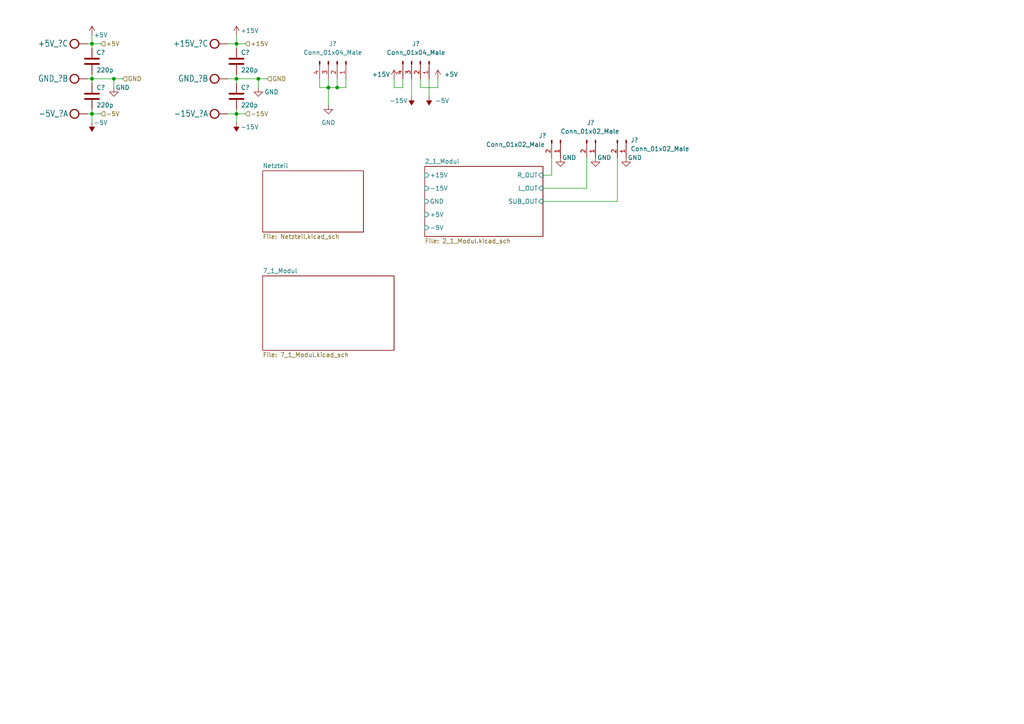
<source format=kicad_sch>
(kicad_sch (version 20211123) (generator eeschema)
  (paper "A4")
  (lib_symbols
    (symbol "+15V_2" (power) (pin_names (offset 0))
      (property "Value" "+15V_2" (at 0 3.556 0))
      (symbol "+15V_2_0_1"
        (polyline (pts (xy -0.762 1.27) (xy 0 2.54)))
        (polyline (pts (xy 0 0) (xy 0 2.54)))
        (polyline (pts (xy 0 2.54) (xy 0.762 1.27)))
      )
      (symbol "+15V_2_1_1"
        (pin power_in line (at 0 0 90) (length 0) hide (name "+15V") (number "1"))
      )
    )
    (symbol "+5V_2" (power) (pin_names (offset 0))
      (property "Value" "+5V_2" (at 0 3.556 0))
      (symbol "+5V_2_0_1"
        (polyline (pts (xy -0.762 1.27) (xy 0 2.54)))
        (polyline (pts (xy 0 0) (xy 0 2.54)))
        (polyline (pts (xy 0 2.54) (xy 0.762 1.27)))
      )
      (symbol "+5V_2_1_1"
        (pin power_in line (at 0 0 90) (length 0) hide (name "+5V") (number "1"))
      )
    )
    (symbol "-15V_2" (power) (pin_names (offset 0))
      (property "Value" "-15V_2" (at 0 3.81 0))
      (symbol "-15V_2_0_0"
        (pin power_in line (at 0 0 90) (length 0) hide (name "-15V") (number "1"))
      )
      (symbol "-15V_2_0_1"
        (polyline (pts (xy 0 0) (xy 0 1.27) (xy 0.762 1.27) (xy 0 2.54) (xy -0.762 1.27) (xy 0 1.27)) (fill (type outline)))
      )
    )
    (symbol "-5V_2" (power) (pin_names (offset 0))
      (property "Value" "-5V_2" (at 0 3.81 0))
      (symbol "-5V_2_0_0"
        (pin power_in line (at 0 0 90) (length 0) hide (name "-5V") (number "1"))
      )
      (symbol "-5V_2_0_1"
        (polyline (pts (xy 0 0) (xy 0 1.27) (xy 0.762 1.27) (xy 0 2.54) (xy -0.762 1.27) (xy 0 1.27)) (fill (type outline)))
      )
    )
    (symbol "Connector:Conn_01x02_Male" (pin_names (offset 1.016) hide)
      (property "Reference" "J" (at 0 2.54 0))
      (property "Value" "Conn_01x02_Male" (at 0 -5.08 0))
      (symbol "Conn_01x02_Male_1_1"
        (polyline (pts (xy 1.27 -2.54) (xy 0.8636 -2.54)) (stroke (width 0.1524)))
        (polyline (pts (xy 1.27 0) (xy 0.8636 0)) (stroke (width 0.1524)))
        (rectangle (start 0.8636 -2.413) (end 0 -2.667) (stroke (width 0.1524)) (fill (type outline)))
        (rectangle (start 0.8636 0.127) (end 0 -0.127) (stroke (width 0.1524)) (fill (type outline)))
        (pin passive line (at 5.08 0 180) (length 3.81) (name "Pin_1") (number "1"))
        (pin passive line (at 5.08 -2.54 180) (length 3.81) (name "Pin_2") (number "2"))
      )
    )
    (symbol "Connector:Conn_01x04_Male" (pin_names (offset 1.016) hide)
      (property "Reference" "J" (at 0 5.08 0))
      (property "Value" "Conn_01x04_Male" (at 0 -7.62 0))
      (symbol "Conn_01x04_Male_1_1"
        (polyline (pts (xy 1.27 -5.08) (xy 0.8636 -5.08)) (stroke (width 0.1524)))
        (polyline (pts (xy 1.27 -2.54) (xy 0.8636 -2.54)) (stroke (width 0.1524)))
        (polyline (pts (xy 1.27 0) (xy 0.8636 0)) (stroke (width 0.1524)))
        (polyline (pts (xy 1.27 2.54) (xy 0.8636 2.54)) (stroke (width 0.1524)))
        (rectangle (start 0.8636 -4.953) (end 0 -5.207) (stroke (width 0.1524)) (fill (type outline)))
        (rectangle (start 0.8636 -2.413) (end 0 -2.667) (stroke (width 0.1524)) (fill (type outline)))
        (rectangle (start 0.8636 0.127) (end 0 -0.127) (stroke (width 0.1524)) (fill (type outline)))
        (rectangle (start 0.8636 2.667) (end 0 2.413) (stroke (width 0.1524)) (fill (type outline)))
        (pin passive line (at 5.08 2.54 180) (length 3.81) (name "Pin_1") (number "1"))
        (pin passive line (at 5.08 0 180) (length 3.81) (name "Pin_2") (number "2"))
        (pin passive line (at 5.08 -2.54 180) (length 3.81) (name "Pin_3") (number "3"))
        (pin passive line (at 5.08 -5.08 180) (length 3.81) (name "Pin_4") (number "4"))
      )
    )
    (symbol "Device:C" (pin_numbers hide) (pin_names (offset 0.254))
      (property "Reference" "C" (at 0.635 2.54 0))
      (property "Value" "C" (at 0.635 -2.54 0))
      (symbol "C_0_1"
        (polyline (pts (xy -2.032 -0.762) (xy 2.032 -0.762)) (stroke (width 0.508)))
        (polyline (pts (xy -2.032 0.762) (xy 2.032 0.762)) (stroke (width 0.508)))
      )
      (symbol "C_1_1"
        (pin passive line (at 0 3.81 270) (length 2.794) (name "~") (number "1"))
        (pin passive line (at 0 -3.81 90) (length 2.794) (name "~") (number "2"))
      )
    )
    (symbol "GND_3" (power) (pin_names (offset 0))
      (property "Value" "GND_3" (at 0 -3.81 0))
      (symbol "GND_3_0_1"
        (polyline (pts (xy 0 0) (xy 0 -1.27) (xy 1.27 -1.27) (xy 0 -2.54) (xy -1.27 -1.27) (xy 0 -1.27)))
      )
      (symbol "GND_3_1_1"
        (pin power_in line (at 0 0 270) (length 0) hide (name "GND") (number "1"))
      )
    )
    (symbol "Steuerungsmodul-eagle-import:MKDS3{slash}3_5,08"
      (property "Reference" "X" (at 0.508 1.651 0))
      (property "Value" "MKDS3{slash}3_5,08" (at -5.08 -1.143 0))
      (symbol "MKDS3{slash}3_5,08_1_0"
        (circle (center -1.27 2.54) (radius 1.27) (stroke (width 0.254)))
        (circle (center -1.27 2.54) (radius 1.27) (stroke (width 0.254)))
        (circle (center -1.27 2.54) (radius 1.27) (stroke (width 0.254)))
        (pin passive line (at -5.08 2.54 0) (length 2.54) (name "KL") (number "P$1"))
      )
      (symbol "MKDS3{slash}3_5,08_2_0"
        (circle (center -1.27 2.54) (radius 1.27) (stroke (width 0.254)))
        (circle (center -1.27 2.54) (radius 1.27) (stroke (width 0.254)))
        (circle (center -1.27 2.54) (radius 1.27) (stroke (width 0.254)))
        (pin passive line (at -5.08 2.54 0) (length 2.54) (name "KL") (number "P$2"))
      )
      (symbol "MKDS3{slash}3_5,08_3_0"
        (circle (center -1.27 2.54) (radius 1.27) (stroke (width 0.254)))
        (circle (center -1.27 2.54) (radius 1.27) (stroke (width 0.254)))
        (circle (center -1.27 2.54) (radius 1.27) (stroke (width 0.254)))
        (pin passive line (at -5.08 2.54 0) (length 2.54) (name "KL") (number "P$3"))
      )
    )
    (symbol "power:+15V" (power) (pin_names (offset 0))
      (property "Value" "+15V" (at 0 3.556 0))
      (symbol "+15V_0_1"
        (polyline (pts (xy -0.762 1.27) (xy 0 2.54)))
        (polyline (pts (xy 0 0) (xy 0 2.54)))
        (polyline (pts (xy 0 2.54) (xy 0.762 1.27)))
      )
      (symbol "+15V_1_1"
        (pin power_in line (at 0 0 90) (length 0) hide (name "+15V") (number "1"))
      )
    )
    (symbol "power:+5V" (power) (pin_names (offset 0))
      (property "Value" "+5V" (at 0 3.556 0))
      (symbol "+5V_0_1"
        (polyline (pts (xy -0.762 1.27) (xy 0 2.54)))
        (polyline (pts (xy 0 0) (xy 0 2.54)))
        (polyline (pts (xy 0 2.54) (xy 0.762 1.27)))
      )
      (symbol "+5V_1_1"
        (pin power_in line (at 0 0 90) (length 0) hide (name "+5V") (number "1"))
      )
    )
    (symbol "power:-15V" (power) (pin_names (offset 0))
      (property "Value" "-15V" (at 0 3.81 0))
      (symbol "-15V_0_0"
        (pin power_in line (at 0 0 90) (length 0) hide (name "-15V") (number "1"))
      )
      (symbol "-15V_0_1"
        (polyline (pts (xy 0 0) (xy 0 1.27) (xy 0.762 1.27) (xy 0 2.54) (xy -0.762 1.27) (xy 0 1.27)) (fill (type outline)))
      )
    )
    (symbol "power:-5V" (power) (pin_names (offset 0))
      (property "Value" "-5V" (at 0 3.81 0))
      (symbol "-5V_0_0"
        (pin power_in line (at 0 0 90) (length 0) hide (name "-5V") (number "1"))
      )
      (symbol "-5V_0_1"
        (polyline (pts (xy 0 0) (xy 0 1.27) (xy 0.762 1.27) (xy 0 2.54) (xy -0.762 1.27) (xy 0 1.27)) (fill (type outline)))
      )
    )
    (symbol "power:GND" (power) (pin_names (offset 0))
      (property "Value" "GND" (at 0 -3.81 0))
      (symbol "GND_0_1"
        (polyline (pts (xy 0 0) (xy 0 -1.27) (xy 1.27 -1.27) (xy 0 -2.54) (xy -1.27 -1.27) (xy 0 -1.27)))
      )
      (symbol "GND_1_1"
        (pin power_in line (at 0 0 270) (length 0) hide (name "GND") (number "1"))
      )
    )
  )
  (junction (at 95.25 25.4))
  (junction (at 26.67 33.02))
  (junction (at 26.67 22.86))
  (junction (at 26.67 12.7))
  (junction (at 74.93 22.86))
  (junction (at 33.02 22.86))
  (junction (at 68.58 22.86))
  (junction (at 97.79 25.4))
  (junction (at 68.58 12.7))
  (junction (at 68.58 33.02))
  (wire (pts (xy 127 25.4) (xy 121.92 25.4)))
  (wire (pts (xy 157.48 50.8) (xy 160.02 50.8)))
  (wire (pts (xy 26.67 22.86) (xy 26.67 24.13)))
  (wire (pts (xy 95.25 25.4) (xy 97.79 25.4)))
  (wire (pts (xy 33.02 22.86) (xy 33.02 25.4)))
  (wire (pts (xy 25.4 12.7) (xy 26.67 12.7)))
  (wire (pts (xy 157.48 54.61) (xy 170.18 54.61)))
  (wire (pts (xy 100.33 25.4) (xy 100.33 22.86)))
  (wire (pts (xy 26.67 12.7) (xy 26.67 13.97)))
  (wire (pts (xy 26.67 12.7) (xy 29.21 12.7)))
  (wire (pts (xy 68.58 33.02) (xy 68.58 35.56)))
  (wire (pts (xy 68.58 22.86) (xy 74.93 22.86)))
  (wire (pts (xy 119.38 22.86) (xy 119.38 27.94)))
  (wire (pts (xy 97.79 25.4) (xy 97.79 22.86)))
  (wire (pts (xy 26.67 22.86) (xy 33.02 22.86)))
  (wire (pts (xy 74.93 22.86) (xy 74.93 25.4)))
  (wire (pts (xy 97.79 25.4) (xy 100.33 25.4)))
  (wire (pts (xy 33.02 22.86) (xy 35.56 22.86)))
  (wire (pts (xy 68.58 12.7) (xy 68.58 10.16)))
  (wire (pts (xy 26.67 10.16) (xy 26.67 12.7)))
  (wire (pts (xy 170.18 54.61) (xy 170.18 45.72)))
  (wire (pts (xy 25.4 22.86) (xy 26.67 22.86)))
  (wire (pts (xy 127 22.86) (xy 127 25.4)))
  (wire (pts (xy 68.58 31.75) (xy 68.58 33.02)))
  (wire (pts (xy 26.67 31.75) (xy 26.67 33.02)))
  (wire (pts (xy 95.25 22.86) (xy 95.25 25.4)))
  (wire (pts (xy 68.58 24.13) (xy 68.58 22.86)))
  (wire (pts (xy 160.02 50.8) (xy 160.02 45.72)))
  (wire (pts (xy 92.71 22.86) (xy 92.71 25.4)))
  (wire (pts (xy 68.58 12.7) (xy 71.12 12.7)))
  (wire (pts (xy 26.67 21.59) (xy 26.67 22.86)))
  (wire (pts (xy 157.48 58.42) (xy 179.07 58.42)))
  (wire (pts (xy 114.3 25.4) (xy 114.3 22.86)))
  (wire (pts (xy 179.07 58.42) (xy 179.07 45.72)))
  (wire (pts (xy 25.4 33.02) (xy 26.67 33.02)))
  (wire (pts (xy 121.92 22.86) (xy 121.92 25.4)))
  (wire (pts (xy 124.46 22.86) (xy 124.46 27.94)))
  (wire (pts (xy 116.84 22.86) (xy 116.84 25.4)))
  (wire (pts (xy 66.04 12.7) (xy 68.58 12.7)))
  (wire (pts (xy 66.04 33.02) (xy 68.58 33.02)))
  (wire (pts (xy 68.58 21.59) (xy 68.58 22.86)))
  (wire (pts (xy 95.25 25.4) (xy 95.25 30.48)))
  (wire (pts (xy 74.93 22.86) (xy 77.47 22.86)))
  (wire (pts (xy 66.04 22.86) (xy 68.58 22.86)))
  (wire (pts (xy 116.84 25.4) (xy 114.3 25.4)))
  (wire (pts (xy 26.67 33.02) (xy 26.67 35.56)))
  (wire (pts (xy 68.58 12.7) (xy 68.58 13.97)))
  (wire (pts (xy 68.58 33.02) (xy 71.12 33.02)))
  (wire (pts (xy 26.67 33.02) (xy 29.21 33.02)))
  (wire (pts (xy 92.71 25.4) (xy 95.25 25.4)))
  (hierarchical_label "+15V" (shape input) (at 71.12 12.7 0))
  (hierarchical_label "+5V" (shape input) (at 29.21 12.7 0))
  (hierarchical_label "GND" (shape input) (at 77.47 22.86 0))
  (hierarchical_label "-15V" (shape input) (at 71.12 33.02 0))
  (hierarchical_label "GND" (shape input) (at 35.56 22.86 0))
  (hierarchical_label "-5V" (shape input) (at 29.21 33.02 0))
  (symbol (lib_name "+15V_2") (lib_id "power:+15V") (at 114.3 22.86 0) (unit 1)
    (property "Reference" "#PWR?" (effects hide))
    (property "Value" "+15V" (at 110.49 21.59 0))
  )
  (symbol (lib_id "Steuerungsmodul-eagle-import:MKDS3{slash}3_5,08") (at 20.32 15.24 0) (mirror y) (unit 3)
    (property "Reference" "+5V_?" (at 19.812 13.589 0) (effects (font (size 1.778 1.5113)) (justify left bottom)))
    (property "Value" "5V    GND   -5V" (effects hide))
    (property "Footprint" "Steuerungsmodul:MKDS3_3_5,08" (effects hide))
  )
  (symbol (lib_name "-15V_2") (lib_id "power:-15V") (at 119.38 27.94 180) (unit 1)
    (property "Reference" "#PWR?" (effects hide))
    (property "Value" "-15V" (at 115.57 29.21 0))
  )
  (symbol (lib_id "Device:C") (at 26.67 17.78 0) (unit 1)
    (property "Reference" "C?" (at 27.94 15.24 0) (effects (justify left)))
    (property "Value" "220p" (at 27.94 20.32 0) (effects (justify left)))
  )
  (symbol (lib_id "Steuerungsmodul-eagle-import:MKDS3{slash}3_5,08") (at 60.96 35.56 0) (mirror y) (unit 1)
    (property "Reference" "-15V_?" (at 60.452 33.909 0) (effects (font (size 1.778 1.5113)) (justify left bottom)))
    (property "Value" "5V    GND   -5V" (effects hide))
    (property "Footprint" "Steuerungsmodul:MKDS3_3_5,08" (effects hide))
  )
  (symbol (lib_id "Connector:Conn_01x04_Male") (at 97.79 17.78 270) (unit 1)
    (property "Reference" "J?" (at 96.52 12.7 90))
    (property "Value" "Conn_01x04_Male" (at 96.52 15.24 90))
  )
  (symbol (lib_id "Steuerungsmodul-eagle-import:MKDS3{slash}3_5,08") (at 60.96 15.24 0) (mirror y) (unit 3)
    (property "Reference" "+15V_?" (at 60.452 13.589 0) (effects (font (size 1.778 1.5113)) (justify left bottom)))
    (property "Value" "5V    GND   -5V" (effects hide))
    (property "Footprint" "Steuerungsmodul:MKDS3_3_5,08" (effects hide))
  )
  (symbol (lib_name "-5V_2") (lib_id "power:-5V") (at 124.46 27.94 180) (unit 1)
    (property "Reference" "#PWR?" (effects hide))
    (property "Value" "-5V" (at 128.27 29.21 0))
  )
  (symbol (lib_id "power:GND") (at 74.93 25.4 0) (unit 1)
    (property "Reference" "#PWR?" (effects hide))
    (property "Value" "GND" (at 78.74 26.67 0))
  )
  (symbol (lib_id "power:+15V") (at 68.58 10.16 0) (unit 1)
    (property "Reference" "#PWR?" (effects hide))
    (property "Value" "+15V" (at 72.39 8.89 0))
  )
  (symbol (lib_id "Device:C") (at 68.58 27.94 0) (unit 1)
    (property "Reference" "C?" (at 69.85 25.4 0) (effects (justify left)))
    (property "Value" "220p" (at 69.85 30.48 0) (effects (justify left)))
  )
  (symbol (lib_id "power:-15V") (at 68.58 35.56 180) (unit 1)
    (property "Reference" "#PWR?" (effects hide))
    (property "Value" "-15V" (at 72.39 36.83 0))
  )
  (symbol (lib_id "Connector:Conn_01x04_Male") (at 121.92 17.78 270) (unit 1)
    (property "Reference" "J?" (at 120.65 12.7 90))
    (property "Value" "Conn_01x04_Male" (at 120.65 15.24 90))
  )
  (symbol (lib_id "Connector:Conn_01x02_Male") (at 172.72 40.64 270) (unit 1)
    (property "Reference" "J?" (at 170.18 35.56 90) (effects (justify left)))
    (property "Value" "Conn_01x02_Male" (at 162.56 38.1 90) (effects (justify left)))
  )
  (symbol (lib_id "power:+5V") (at 26.67 10.16 0) (unit 1)
    (property "Reference" "#PWR?" (effects hide))
    (property "Value" "+5V" (at 29.21 10.16 0))
  )
  (symbol (lib_name "GND_3") (lib_id "power:GND") (at 172.72 45.72 0) (unit 1)
    (property "Reference" "#PWR?" (effects hide))
    (property "Value" "GND" (at 175.26 45.72 0))
  )
  (symbol (lib_id "Device:C") (at 26.67 27.94 0) (unit 1)
    (property "Reference" "C?" (at 27.94 25.4 0) (effects (justify left)))
    (property "Value" "220p" (at 27.94 30.48 0) (effects (justify left)))
  )
  (symbol (lib_id "Connector:Conn_01x02_Male") (at 181.61 40.64 270) (unit 1)
    (property "Reference" "J?" (at 182.88 40.64 90) (effects (justify left)))
    (property "Value" "Conn_01x02_Male" (at 182.88 43.18 90) (effects (justify left)))
  )
  (symbol (lib_id "Steuerungsmodul-eagle-import:MKDS3{slash}3_5,08") (at 60.96 25.4 0) (mirror y) (unit 2)
    (property "Reference" "GND_?" (at 60.452 23.749 0) (effects (font (size 1.778 1.5113)) (justify left bottom)))
    (property "Value" "5V    GND   -5V" (effects hide))
    (property "Footprint" "Steuerungsmodul:MKDS3_3_5,08" (effects hide))
  )
  (symbol (lib_id "power:-5V") (at 26.67 35.56 180) (unit 1)
    (property "Reference" "#PWR?" (effects hide))
    (property "Value" "-5V" (at 29.21 35.56 0))
  )
  (symbol (lib_id "Device:C") (at 68.58 17.78 0) (unit 1)
    (property "Reference" "C?" (at 69.85 15.24 0) (effects (justify left)))
    (property "Value" "220p" (at 69.85 20.32 0) (effects (justify left)))
  )
  (symbol (lib_id "Steuerungsmodul-eagle-import:MKDS3{slash}3_5,08") (at 20.32 25.4 0) (mirror y) (unit 2)
    (property "Reference" "GND_?" (at 19.812 23.749 0) (effects (font (size 1.778 1.5113)) (justify left bottom)))
    (property "Value" "5V    GND   -5V" (effects hide))
    (property "Footprint" "Steuerungsmodul:MKDS3_3_5,08" (effects hide))
  )
  (symbol (lib_name "+5V_2") (lib_id "power:+5V") (at 127 22.86 0) (unit 1)
    (property "Reference" "#PWR?" (effects hide))
    (property "Value" "+5V" (at 130.81 21.59 0))
  )
  (symbol (lib_name "GND_3") (lib_id "power:GND") (at 181.61 45.72 0) (unit 1)
    (property "Reference" "#PWR?" (effects hide))
    (property "Value" "GND" (at 184.15 45.72 0))
  )
  (symbol (lib_id "Connector:Conn_01x02_Male") (at 162.56 40.64 270) (unit 1)
    (property "Reference" "J?" (at 156.21 39.37 90) (effects (justify left)))
    (property "Value" "Conn_01x02_Male" (at 140.97 41.91 90) (effects (justify left)))
  )
  (symbol (lib_id "power:GND") (at 95.25 30.48 0) (unit 1)
    (property "Reference" "#PWR?" (effects hide))
    (property "Value" "GND" (at 95.25 35.56 0))
  )
  (symbol (lib_name "GND_3") (lib_id "power:GND") (at 162.56 45.72 0) (unit 1)
    (property "Reference" "#PWR?" (effects hide))
    (property "Value" "GND" (at 165.1 45.72 0))
  )
  (symbol (lib_id "Steuerungsmodul-eagle-import:MKDS3{slash}3_5,08") (at 20.32 35.56 0) (mirror y) (unit 1)
    (property "Reference" "-5V_?" (at 19.812 33.909 0) (effects (font (size 1.778 1.5113)) (justify left bottom)))
    (property "Value" "5V    GND   -5V" (effects hide))
    (property "Footprint" "Steuerungsmodul:MKDS3_3_5,08" (effects hide))
  )
  (symbol (lib_id "power:GND") (at 33.02 25.4 0) (unit 1)
    (property "Reference" "#PWR?" (effects hide))
    (property "Value" "GND" (at 35.56 25.4 0))
  )
  (sheet (at 76.2 49.53) (size 29.21 17.78) (stroke (width 0.1524))
    (property "Sheet name" "Netzteil" (at 76.2 48.8184 0) (effects (justify left bottom)))
    (property "Sheet file" "Netzteil.kicad_sch" (at 76.2 67.8946 0) (effects (justify left top)))
  )
  (sheet (at 76.2 80.01) (size 38.1 21.59) (stroke (width 0.1524))
    (property "Sheet name" "7_1_Modul" (at 76.2 79.2984 0) (effects (justify left bottom)))
    (property "Sheet file" "7_1_Modul.kicad_sch" (at 76.2 102.1846 0) (effects (justify left top)))
  )
  (sheet (at 123.19 48.26) (size 34.29 20.32) (stroke (width 0.1524))
    (property "Sheet name" "2_1_Modul" (at 123.19 47.5484 0) (effects (justify left bottom)))
    (property "Sheet file" "2_1_Modul.kicad_sch" (at 123.19 69.1646 0) (effects (justify left top)))
    (pin "-15V" input (at 123.19 54.61 180))
    (pin "GND" input (at 123.19 58.42 180))
    (pin "+15V" input (at 123.19 50.8 180))
    (pin "+5V" input (at 123.19 62.23 180))
    (pin "-5V" input (at 123.19 66.04 180))
    (pin "R_OUT" input (at 157.48 50.8 0))
    (pin "L_OUT" input (at 157.48 54.61 0))
    (pin "SUB_OUT" input (at 157.48 58.42 0))
  )
)
</source>
